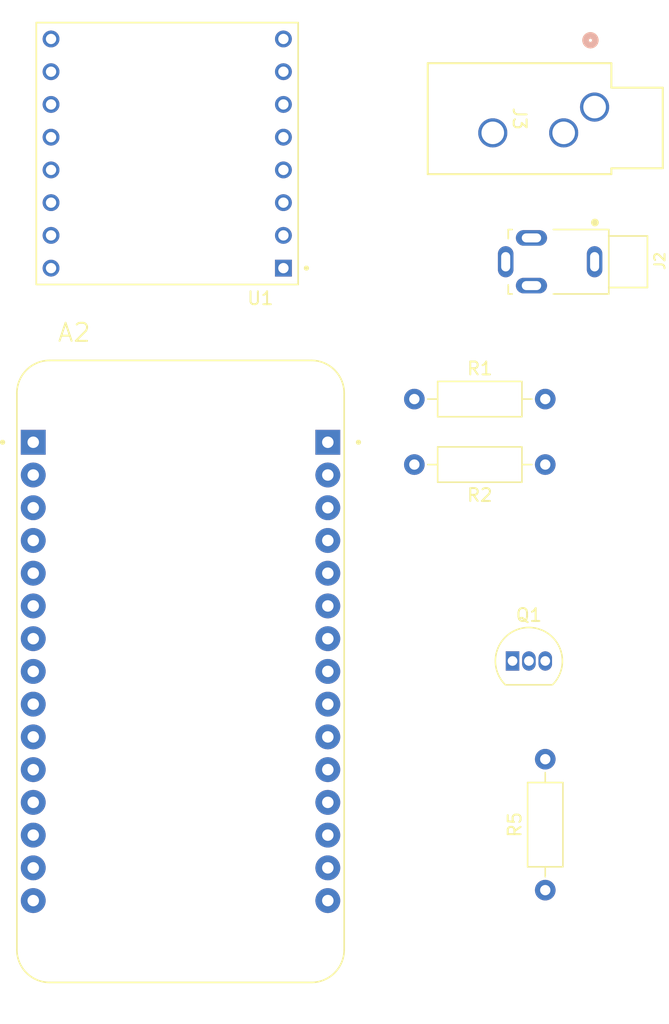
<source format=kicad_pcb>
(kicad_pcb (version 20221018) (generator pcbnew)
  (layers (0 "F.Cu" signal) (31 "B.Cu" signal) (34 "B.Paste" user) (35 "F.Paste" user) (36 "B.SilkS" user "B.Silkscreen") (37 "F.SilkS" user "F.Silkscreen") (38 "B.Mask" user) (39 "F.Mask" user) (44 "Edge.Cuts" user))
  (net 0 "")
  (net 10 "GND")
  (net 20 "Net-(U1-VCC)")
  (net 21 "Net-(A2B-D5)")
  (net 22 "Net-(A2B-D6)")
  (net 23 "Net-(A2B-D7)")
  (net 25 "Net-(A2B-D9)")
  (net 31 "Net-(J3-Pad3)")
  (net 32 "Net-(Q1-B)")
  (net 33 "Net-(U1-DAC_L)")
  (net 34 "Net-(U1-DAC_R)")
  (net 43 "Net-(Q1-C)")
  (footprint "bills_library:CUI_SJ1-2503A" (layer "F.Cu") (at 161.309206 57.924899 -90)
    (fp_text reference "J2" (at -0.06391 -5.06198 -90) (layer "F.SilkS") (effects (font (size 0.80126 0.80126))))
    (fp_text value "SJ1-2503A")
    (fp_line (start -2.5 -1.1) (end -2 -1.1) (stroke (width 0.127)) (layer "F.SilkS"))
    (fp_line (start -2.5 3.2) (end -2.5 -1.1) (stroke (width 0.127)) (layer "F.SilkS"))
    (fp_line (start -2.5 6.7) (end -2.5 6.4) (stroke (width 0.127)) (layer "F.SilkS"))
    (fp_line (start -2 -4.1) (end -2 -1.1) (stroke (width 0.127)) (layer "F.SilkS"))
    (fp_line (start -2 -1.1) (end 2 -1.1) (stroke (width 0.127)) (layer "F.SilkS"))
    (fp_line (start -1.8 6.7) (end -2.5 6.7) (stroke (width 0.127)) (layer "F.SilkS"))
    (fp_line (start 1.8 6.7) (end 2.5 6.7) (stroke (width 0.127)) (layer "F.SilkS"))
    (fp_line (start 2 -4.1) (end -2 -4.1) (stroke (width 0.127)) (layer "F.SilkS"))
    (fp_line (start 2 -1.1) (end 2 -4.1) (stroke (width 0.127)) (layer "F.SilkS"))
    (fp_line (start 2 -1.1) (end 2.5 -1.1) (stroke (width 0.127)) (layer "F.SilkS"))
    (fp_line (start 2.5 -1.1) (end 2.5 3.2) (stroke (width 0.127)) (layer "F.SilkS"))
    (fp_line (start 2.5 6.7) (end 2.5 6.4) (stroke (width 0.127)) (layer "F.SilkS"))
    (fp_circle (center -3.0444 -0.0236) (end -2.8944 -0.0236) (stroke (width 0.3)) (fill none) (layer "F.SilkS"))
    (pad "" np_thru_hole circle (at 0 2.4 270) (size 1.2 1.2) (drill 1.2) (layers "*.Cu" "*.Mask"))
    (pad "1" thru_hole oval (at 0 0 270) (size 2.416 1.208) (drill oval 1.5 0.7) (layers "*.Cu" "*.Mask") (net 10 "GND"))
    (pad "2" thru_hole oval (at -1.85 4.9 270) (size 1.208 2.416) (drill oval 0.7 1.5) (layers "*.Cu" "*.Mask"))
    (pad "3" thru_hole oval (at 1.85 4.9 270) (size 1.208 2.416) (drill oval 0.7 1.5) (layers "*.Cu" "*.Mask"))
    (pad "4" thru_hole oval (at 0 6.9 270) (size 2.416 1.208) (drill oval 1.5 0.7) (layers "*.Cu" "*.Mask"))
  )
  (footprint "bills_library:SJ1-3533NG_CUD" (layer "F.Cu") (at 161.309206 45.924899 -90)
    (fp_text reference "J3" (at 0.900001 5.82311 -90 unlocked) (layer "F.SilkS"))
    (fp_text value "SJ1-3533NG")
    (fp_circle (center -5.183299 0.323111) (end -4.802299 0.323111) (stroke (width 0.508)) (fill none) (layer "B.SilkS"))
    (fp_line (start -3.405299 -1.30159) (end -3.405299 12.94781) (stroke (width 0.1524)) (layer "F.SilkS"))
    (fp_line (start -3.405299 12.94781) (end 5.205301 12.94781) (stroke (width 0.1524)) (layer "F.SilkS"))
    (fp_line (start -1.505306 -5.289398) (end -1.505306 -1.301598) (stroke (width 0.1524)) (layer "F.SilkS"))
    (fp_line (start -1.505306 -1.301598) (end -3.405299 -1.30159) (stroke (width 0.1524)) (layer "F.SilkS"))
    (fp_line (start 4.748694 -5.289398) (end -1.505306 -5.289398) (stroke (width 0.1524)) (layer "F.SilkS"))
    (fp_line (start 4.748694 -1.301598) (end 4.748694 -5.289398) (stroke (width 0.1524)) (layer "F.SilkS"))
    (fp_line (start 5.205301 -1.30159) (end 4.748694 -1.301598) (stroke (width 0.1524)) (layer "F.SilkS"))
    (fp_line (start 5.205301 12.94781) (end 5.205301 -1.30159) (stroke (width 0.1524)) (layer "F.SilkS"))
    (fp_circle (center -5.183299 0.323111) (end -4.802299 0.323111) (stroke (width 0.508)) (fill none) (layer "F.SilkS"))
    (pad "1" thru_hole circle (at 0 0 270) (size 2.2606 2.2606) (drill 1.7526) (layers "*.Cu" "*.Mask") (net 43 "Net-(Q1-C)"))
    (pad "2" thru_hole circle (at 2.000001 2.399998 270) (size 2.2606 2.2606) (drill 1.7526) (layers "*.Cu" "*.Mask"))
    (pad "3" thru_hole circle (at 2.000001 7.902289 270) (size 2.2606 2.2606) (drill 1.7526) (layers "*.Cu" "*.Mask") (net 31 "Net-(J3-Pad3)"))
  )
  (footprint "Resistor_THT:R_Axial_DIN0207_L6.3mm_D2.5mm_P10.16mm_Horizontal" (layer "F.Cu") (at 157.48 106.68 90)
    (fp_text reference "R5" (at 5.08 -2.37 90) (layer "F.SilkS"))
    (fp_text value "10K")
    (fp_line (start 1.04 0) (end 1.81 0) (stroke (width 0.12)) (layer "F.SilkS"))
    (fp_line (start 1.81 -1.37) (end 1.81 1.37) (stroke (width 0.12)) (layer "F.SilkS"))
    (fp_line (start 1.81 1.37) (end 8.35 1.37) (stroke (width 0.12)) (layer "F.SilkS"))
    (fp_line (start 8.35 -1.37) (end 1.81 -1.37) (stroke (width 0.12)) (layer "F.SilkS"))
    (fp_line (start 8.35 1.37) (end 8.35 -1.37) (stroke (width 0.12)) (layer "F.SilkS"))
    (fp_line (start 9.12 0) (end 8.35 0) (stroke (width 0.12)) (layer "F.SilkS"))
    (pad "1" thru_hole circle (at 0 0 90) (size 1.6 1.6) (drill 0.8) (layers "*.Cu" "*.Mask") (net 23 "Net-(A2B-D7)"))
    (pad "2" thru_hole oval (at 10.16 0 90) (size 1.6 1.6) (drill 0.8) (layers "*.Cu" "*.Mask") (net 32 "Net-(Q1-B)"))
  )
  (footprint "bills_library:node_mcu_esp8266" (layer "F.Cu") (at 129.175 89.71)
    (fp_text reference "A2" (at -8.255 -26.289) (layer "F.SilkS") (effects (font (size 1.4 1.4))))
    (fp_text value "node_mcu_esp8266")
    (fp_line (start -12.7 21.59) (end -12.7 -21.59) (stroke (width 0.127)) (layer "F.SilkS"))
    (fp_line (start -10.16 -24.13) (end 10.16 -24.13) (stroke (width 0.127)) (layer "F.SilkS"))
    (fp_line (start 10.16 24.13) (end -10.16 24.13) (stroke (width 0.127)) (layer "F.SilkS"))
    (fp_line (start 12.7 -21.59) (end 12.7 21.59) (stroke (width 0.127)) (layer "F.SilkS"))
    (fp_arc (start -12.7 -21.59) (mid -11.956051 -23.386051) (end -10.16 -24.13) (stroke (width 0.127)) (layer "F.SilkS"))
    (fp_arc (start -10.16 24.13) (mid -11.956051 23.386051) (end -12.7 21.59) (stroke (width 0.127)) (layer "F.SilkS"))
    (fp_arc (start 10.16 -24.13) (mid 11.956051 -23.386051) (end 12.7 -21.59) (stroke (width 0.127)) (layer "F.SilkS"))
    (fp_arc (start 12.7 21.59) (mid 11.956051 23.386051) (end 10.16 24.13) (stroke (width 0.127)) (layer "F.SilkS"))
    (fp_circle (center -13.81 -17.78) (end -13.71 -17.78) (stroke (width 0.2)) (fill none) (layer "F.SilkS"))
    (fp_circle (center 13.81 -17.78) (end 13.91 -17.78) (stroke (width 0.2)) (fill none) (layer "F.SilkS"))
    (pad "" np_thru_hole circle (at -10.16 -21.59) (size 3.2 3.2) (drill 3.2) (layers "*.Cu" "*.Mask"))
    (pad "" np_thru_hole circle (at -10.16 21.59) (size 3.2 3.2) (drill 3.2) (layers "*.Cu" "*.Mask"))
    (pad "" np_thru_hole circle (at 10.16 -21.59) (size 3.2 3.2) (drill 3.2) (layers "*.Cu" "*.Mask"))
    (pad "" np_thru_hole circle (at 10.16 21.59) (size 3.2 3.2) (drill 3.2) (layers "*.Cu" "*.Mask"))
    (pad "J1_1" thru_hole rect (at -11.43 -17.78) (size 1.93 1.93) (drill 0.889) (layers "*.Cu" "*.Mask"))
    (pad "J1_2" thru_hole circle (at -11.43 -15.24) (size 1.93 1.93) (drill 0.889) (layers "*.Cu" "*.Mask"))
    (pad "J1_3" thru_hole circle (at -11.43 -12.7) (size 1.93 1.93) (drill 0.889) (layers "*.Cu" "*.Mask"))
    (pad "J1_4" thru_hole circle (at -11.43 -10.16) (size 1.93 1.93) (drill 0.889) (layers "*.Cu" "*.Mask"))
    (pad "J1_5" thru_hole circle (at -11.43 -7.62) (size 1.93 1.93) (drill 0.889) (layers "*.Cu" "*.Mask"))
    (pad "J1_6" thru_hole circle (at -11.43 -5.08) (size 1.93 1.93) (drill 0.889) (layers "*.Cu" "*.Mask"))
    (pad "J1_7" thru_hole circle (at -11.43 -2.54) (size 1.93 1.93) (drill 0.889) (layers "*.Cu" "*.Mask"))
    (pad "J1_8" thru_hole circle (at -11.43 0) (size 1.93 1.93) (drill 0.889) (layers "*.Cu" "*.Mask"))
    (pad "J1_9" thru_hole circle (at -11.43 2.54) (size 1.93 1.93) (drill 0.889) (layers "*.Cu" "*.Mask"))
    (pad "J1_10" thru_hole circle (at -11.43 5.08) (size 1.93 1.93) (drill 0.889) (layers "*.Cu" "*.Mask") (net 10 "GND"))
    (pad "J1_11" thru_hole circle (at -11.43 7.62) (size 1.93 1.93) (drill 0.889) (layers "*.Cu" "*.Mask"))
    (pad "J1_12" thru_hole circle (at -11.43 10.16) (size 1.93 1.93) (drill 0.889) (layers "*.Cu" "*.Mask"))
    (pad "J1_13" thru_hole circle (at -11.43 12.7) (size 1.93 1.93) (drill 0.889) (layers "*.Cu" "*.Mask"))
    (pad "J1_14" thru_hole circle (at -11.43 15.24) (size 1.93 1.93) (drill 0.889) (layers "*.Cu" "*.Mask") (net 10 "GND"))
    (pad "J1_15" thru_hole circle (at -11.43 17.78) (size 1.93 1.93) (drill 0.889) (layers "*.Cu" "*.Mask"))
    (pad "J2_1" thru_hole rect (at 11.43 -17.78) (size 1.93 1.93) (drill 0.889) (layers "*.Cu" "*.Mask"))
    (pad "J2_2" thru_hole circle (at 11.43 -15.24) (size 1.93 1.93) (drill 0.889) (layers "*.Cu" "*.Mask"))
    (pad "J2_3" thru_hole circle (at 11.43 -12.7) (size 1.93 1.93) (drill 0.889) (layers "*.Cu" "*.Mask"))
    (pad "J2_4" thru_hole circle (at 11.43 -10.16) (size 1.93 1.93) (drill 0.889) (layers "*.Cu" "*.Mask"))
    (pad "J2_5" thru_hole circle (at 11.43 -7.62) (size 1.93 1.93) (drill 0.889) (layers "*.Cu" "*.Mask"))
    (pad "J2_6" thru_hole circle (at 11.43 -5.08) (size 1.93 1.93) (drill 0.889) (layers "*.Cu" "*.Mask") (net 20 "Net-(U1-VCC)"))
    (pad "J2_7" thru_hole circle (at 11.43 -2.54) (size 1.93 1.93) (drill 0.889) (layers "*.Cu" "*.Mask") (net 10 "GND"))
    (pad "J2_8" thru_hole circle (at 11.43 0) (size 1.93 1.93) (drill 0.889) (layers "*.Cu" "*.Mask") (net 21 "Net-(A2B-D5)"))
    (pad "J2_9" thru_hole circle (at 11.43 2.54) (size 1.93 1.93) (drill 0.889) (layers "*.Cu" "*.Mask") (net 22 "Net-(A2B-D6)"))
    (pad "J2_10" thru_hole circle (at 11.43 5.08) (size 1.93 1.93) (drill 0.889) (layers "*.Cu" "*.Mask") (net 23 "Net-(A2B-D7)"))
    (pad "J2_11" thru_hole circle (at 11.43 7.62) (size 1.93 1.93) (drill 0.889) (layers "*.Cu" "*.Mask"))
    (pad "J2_12" thru_hole circle (at 11.43 10.16) (size 1.93 1.93) (drill 0.889) (layers "*.Cu" "*.Mask") (net 25 "Net-(A2B-D9)"))
    (pad "J2_13" thru_hole circle (at 11.43 12.7) (size 1.93 1.93) (drill 0.889) (layers "*.Cu" "*.Mask"))
    (pad "J2_14" thru_hole circle (at 11.43 15.24) (size 1.93 1.93) (drill 0.889) (layers "*.Cu" "*.Mask") (net 10 "GND"))
    (pad "J2_15" thru_hole circle (at 11.43 17.78) (size 1.93 1.93) (drill 0.889) (layers "*.Cu" "*.Mask") (net 20 "Net-(U1-VCC)"))
  )
  (footprint "Package_TO_SOT_THT:TO-92_Inline" (layer "F.Cu") (at 154.94 88.9)
    (fp_text reference "Q1" (at 1.27 -3.56) (layer "F.SilkS"))
    (fp_text value "2N3904")
    (fp_line (start -0.53 1.85) (end 3.07 1.85) (stroke (width 0.12)) (layer "F.SilkS"))
    (fp_arc (start -0.568478 1.838478) (mid -1.132087 -0.994977) (end 1.27 -2.6) (stroke (width 0.12)) (layer "F.SilkS"))
    (fp_arc (start 1.27 -2.6) (mid 3.672087 -0.994977) (end 3.108478 1.838478) (stroke (width 0.12)) (layer "F.SilkS"))
    (pad "1" thru_hole rect (at 0 0) (size 1.05 1.5) (drill 0.75) (layers "*.Cu" "*.Mask") (net 10 "GND"))
    (pad "2" thru_hole oval (at 1.27 0) (size 1.05 1.5) (drill 0.75) (layers "*.Cu" "*.Mask") (net 32 "Net-(Q1-B)"))
    (pad "3" thru_hole oval (at 2.54 0) (size 1.05 1.5) (drill 0.75) (layers "*.Cu" "*.Mask") (net 43 "Net-(Q1-C)"))
  )
  (footprint "dfr0299:MODULE_DFR0299" (layer "F.Cu") (at 128.143 49.53 180)
    (fp_text reference "U1" (at -7.225 -11.235) (layer "F.SilkS"))
    (fp_text value "DFR0299")
    (fp_line (start -10.16 -10.16) (end 10.16 -10.16) (stroke (width 0.127)) (layer "F.SilkS"))
    (fp_line (start -10.16 10.16) (end -10.16 -10.16) (stroke (width 0.127)) (layer "F.SilkS"))
    (fp_line (start 10.16 -10.16) (end 10.16 10.16) (stroke (width 0.127)) (layer "F.SilkS"))
    (fp_line (start 10.16 10.16) (end -10.16 10.16) (stroke (width 0.127)) (layer "F.SilkS"))
    (fp_circle (center -10.8 -8.89) (end -10.7 -8.89) (stroke (width 0.2)) (fill none) (layer "F.SilkS"))
    (pad "1" thru_hole rect (at -9.017 -8.89 180) (size 1.308 1.308) (drill 0.8) (layers "*.Cu" "*.Mask") (net 20 "Net-(U1-VCC)"))
    (pad "2" thru_hole circle (at -9.017 -6.35 180) (size 1.308 1.308) (drill 0.8) (layers "*.Cu" "*.Mask") (net 21 "Net-(A2B-D5)"))
    (pad "3" thru_hole circle (at -9.017 -3.81 180) (size 1.308 1.308) (drill 0.8) (layers "*.Cu" "*.Mask") (net 22 "Net-(A2B-D6)"))
    (pad "4" thru_hole circle (at -9.017 -1.27 180) (size 1.308 1.308) (drill 0.8) (layers "*.Cu" "*.Mask") (net 34 "Net-(U1-DAC_R)"))
    (pad "5" thru_hole circle (at -9.017 1.27 180) (size 1.308 1.308) (drill 0.8) (layers "*.Cu" "*.Mask") (net 33 "Net-(U1-DAC_L)"))
    (pad "6" thru_hole circle (at -9.017 3.81 180) (size 1.308 1.308) (drill 0.8) (layers "*.Cu" "*.Mask"))
    (pad "7" thru_hole circle (at -9.017 6.35 180) (size 1.308 1.308) (drill 0.8) (layers "*.Cu" "*.Mask") (net 10 "GND"))
    (pad "8" thru_hole circle (at -9.017 8.89 180) (size 1.308 1.308) (drill 0.8) (layers "*.Cu" "*.Mask"))
    (pad "9" thru_hole circle (at 9.017 8.89 180) (size 1.308 1.308) (drill 0.8) (layers "*.Cu" "*.Mask"))
    (pad "10" thru_hole circle (at 9.017 6.35 180) (size 1.308 1.308) (drill 0.8) (layers "*.Cu" "*.Mask") (net 10 "GND"))
    (pad "11" thru_hole circle (at 9.017 3.81 180) (size 1.308 1.308) (drill 0.8) (layers "*.Cu" "*.Mask"))
    (pad "12" thru_hole circle (at 9.017 1.27 180) (size 1.308 1.308) (drill 0.8) (layers "*.Cu" "*.Mask"))
    (pad "13" thru_hole circle (at 9.017 -1.27 180) (size 1.308 1.308) (drill 0.8) (layers "*.Cu" "*.Mask"))
    (pad "14" thru_hole circle (at 9.017 -3.81 180) (size 1.308 1.308) (drill 0.8) (layers "*.Cu" "*.Mask"))
    (pad "15" thru_hole circle (at 9.017 -6.35 180) (size 1.308 1.308) (drill 0.8) (layers "*.Cu" "*.Mask"))
    (pad "16" thru_hole circle (at 9.017 -8.89 180) (size 1.308 1.308) (drill 0.8) (layers "*.Cu" "*.Mask") (net 25 "Net-(A2B-D9)"))
  )
  (footprint "Resistor_THT:R_Axial_DIN0207_L6.3mm_D2.5mm_P10.16mm_Horizontal" (layer "F.Cu") (at 147.32 68.58)
    (fp_text reference "R1" (at 5.08 -2.37) (layer "F.SilkS"))
    (fp_text value "100")
    (fp_line (start 1.04 0) (end 1.81 0) (stroke (width 0.12)) (layer "F.SilkS"))
    (fp_line (start 1.81 -1.37) (end 1.81 1.37) (stroke (width 0.12)) (layer "F.SilkS"))
    (fp_line (start 1.81 1.37) (end 8.35 1.37) (stroke (width 0.12)) (layer "F.SilkS"))
    (fp_line (start 8.35 -1.37) (end 1.81 -1.37) (stroke (width 0.12)) (layer "F.SilkS"))
    (fp_line (start 8.35 1.37) (end 8.35 -1.37) (stroke (width 0.12)) (layer "F.SilkS"))
    (fp_line (start 9.12 0) (end 8.35 0) (stroke (width 0.12)) (layer "F.SilkS"))
    (pad "1" thru_hole circle (at 0 0) (size 1.6 1.6) (drill 0.8) (layers "*.Cu" "*.Mask") (net 33 "Net-(U1-DAC_L)"))
    (pad "2" thru_hole oval (at 10.16 0) (size 1.6 1.6) (drill 0.8) (layers "*.Cu" "*.Mask") (net 31 "Net-(J3-Pad3)"))
  )
  (footprint "Resistor_THT:R_Axial_DIN0207_L6.3mm_D2.5mm_P10.16mm_Horizontal" (layer "F.Cu") (at 157.48 73.66 180)
    (fp_text reference "R2" (at 5.08 -2.37) (layer "F.SilkS"))
    (fp_text value "100")
    (fp_line (start 1.04 0) (end 1.81 0) (stroke (width 0.12)) (layer "F.SilkS"))
    (fp_line (start 1.81 -1.37) (end 1.81 1.37) (stroke (width 0.12)) (layer "F.SilkS"))
    (fp_line (start 1.81 1.37) (end 8.35 1.37) (stroke (width 0.12)) (layer "F.SilkS"))
    (fp_line (start 8.35 -1.37) (end 1.81 -1.37) (stroke (width 0.12)) (layer "F.SilkS"))
    (fp_line (start 8.35 1.37) (end 8.35 -1.37) (stroke (width 0.12)) (layer "F.SilkS"))
    (fp_line (start 9.12 0) (end 8.35 0) (stroke (width 0.12)) (layer "F.SilkS"))
    (pad "1" thru_hole circle (at 0 0 180) (size 1.6 1.6) (drill 0.8) (layers "*.Cu" "*.Mask") (net 31 "Net-(J3-Pad3)"))
    (pad "2" thru_hole oval (at 10.16 0 180) (size 1.6 1.6) (drill 0.8) (layers "*.Cu" "*.Mask") (net 34 "Net-(U1-DAC_R)"))
  )
)
</source>
